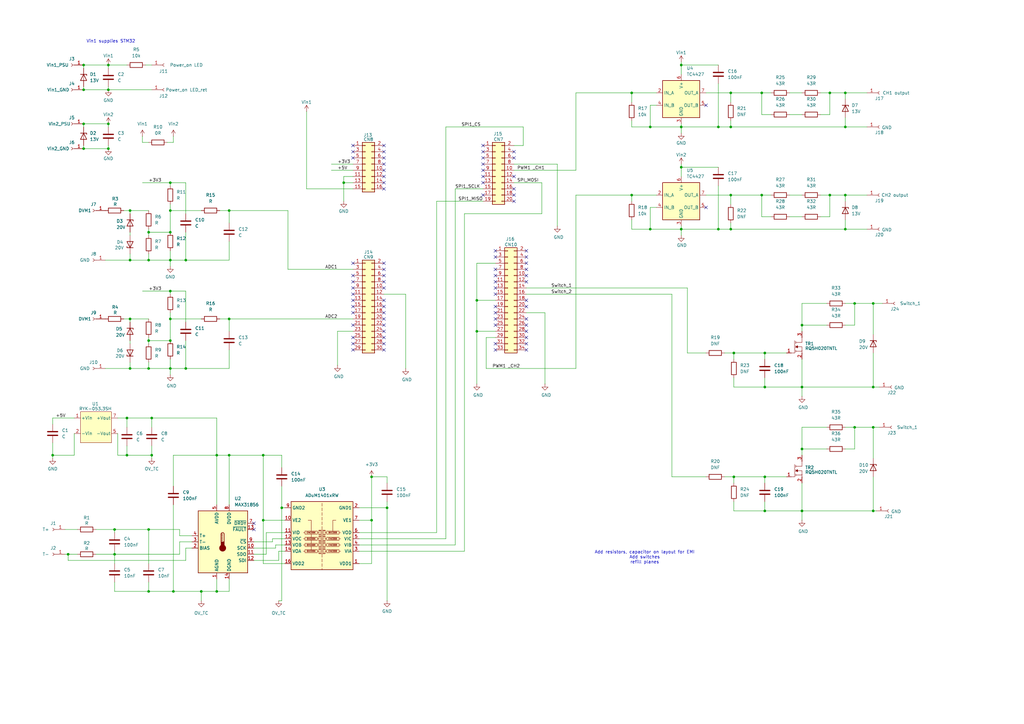
<source format=kicad_sch>
(kicad_sch (version 20231120) (generator "eeschema") (generator_version "8.0")
  (paper "A3")
  (junction (at 53.34 86.36))
  (junction (at 60.96 217.17))
  (junction (at 350.52 124.46))
  (junction (at 299.72 52.07))
  (junction (at 44.45 26.67))
  (junction (at 328.93 184.15))
  (junction (at 107.95 213.36))
  (junction (at 328.93 133.35))
  (junction (at 158.75 208.28))
  (junction (at 21.59 186.69))
  (junction (at 93.98 186.69))
  (junction (at 312.42 38.1))
  (junction (at 266.7 52.07))
  (junction (at 266.7 93.98))
  (junction (at 279.4 26.67))
  (junction (at 69.85 74.93))
  (junction (at 69.85 139.7))
  (junction (at 53.34 106.68))
  (junction (at 294.64 52.07))
  (junction (at 46.99 227.33))
  (junction (at 44.45 36.83))
  (junction (at 279.4 93.98))
  (junction (at 340.36 38.1))
  (junction (at 300.99 195.58))
  (junction (at 313.69 209.55))
  (junction (at 346.71 38.1))
  (junction (at 69.85 106.68))
  (junction (at 340.36 80.01))
  (junction (at 346.71 93.98))
  (junction (at 300.99 144.78))
  (junction (at 152.4 213.36))
  (junction (at 328.93 158.75))
  (junction (at 27.94 227.33))
  (junction (at 107.95 186.69))
  (junction (at 358.14 209.55))
  (junction (at 259.08 38.1))
  (junction (at 358.14 124.46))
  (junction (at 62.23 186.69))
  (junction (at 279.4 52.07))
  (junction (at 53.34 130.81))
  (junction (at 294.64 93.98))
  (junction (at 328.93 209.55))
  (junction (at 60.96 95.25))
  (junction (at 93.98 86.36))
  (junction (at 34.29 26.67))
  (junction (at 69.85 151.13))
  (junction (at 69.85 119.38))
  (junction (at 350.52 175.26))
  (junction (at 62.23 171.45))
  (junction (at 358.14 175.26))
  (junction (at 279.4 68.58))
  (junction (at 299.72 38.1))
  (junction (at 346.71 80.01))
  (junction (at 312.42 80.01))
  (junction (at 76.2 151.13))
  (junction (at 69.85 130.81))
  (junction (at 34.29 36.83))
  (junction (at 76.2 106.68))
  (junction (at 46.99 217.17))
  (junction (at 195.58 135.89))
  (junction (at 82.55 242.57))
  (junction (at 313.69 144.78))
  (junction (at 52.07 186.69))
  (junction (at 71.12 242.57))
  (junction (at 313.69 158.75))
  (junction (at 44.45 60.96))
  (junction (at 346.71 52.07))
  (junction (at 34.29 60.96))
  (junction (at 115.57 208.28))
  (junction (at 195.58 123.19))
  (junction (at 60.96 139.7))
  (junction (at 53.34 151.13))
  (junction (at 299.72 93.98))
  (junction (at 299.72 80.01))
  (junction (at 52.07 171.45))
  (junction (at 44.45 50.8))
  (junction (at 140.97 74.93))
  (junction (at 93.98 130.81))
  (junction (at 152.4 195.58))
  (junction (at 34.29 50.8))
  (junction (at 88.9 242.57))
  (junction (at 60.96 106.68))
  (junction (at 60.96 242.57))
  (junction (at 69.85 95.25))
  (junction (at 88.9 186.69))
  (junction (at 60.96 151.13))
  (junction (at 358.14 158.75))
  (junction (at 313.69 195.58))
  (junction (at 259.08 80.01))
  (junction (at 69.85 86.36))
  (no_connect (at 144.78 62.23))
  (no_connect (at 157.48 110.49))
  (no_connect (at 157.48 74.93))
  (no_connect (at 215.9 113.03))
  (no_connect (at 198.12 69.85))
  (no_connect (at 157.48 59.69))
  (no_connect (at 144.78 107.95))
  (no_connect (at 104.14 214.63))
  (no_connect (at 157.48 133.35))
  (no_connect (at 157.48 118.11))
  (no_connect (at 215.9 110.49))
  (no_connect (at 157.48 128.27))
  (no_connect (at 157.48 135.89))
  (no_connect (at 144.78 128.27))
  (no_connect (at 203.2 118.11))
  (no_connect (at 157.48 113.03))
  (no_connect (at 144.78 64.77))
  (no_connect (at 157.48 62.23))
  (no_connect (at 215.9 143.51))
  (no_connect (at 157.48 115.57))
  (no_connect (at 210.82 80.01))
  (no_connect (at 157.48 64.77))
  (no_connect (at 215.9 133.35))
  (no_connect (at 215.9 125.73))
  (no_connect (at 215.9 140.97))
  (no_connect (at 157.48 143.51))
  (no_connect (at 144.78 143.51))
  (no_connect (at 215.9 105.41))
  (no_connect (at 144.78 125.73))
  (no_connect (at 144.78 113.03))
  (no_connect (at 203.2 110.49))
  (no_connect (at 215.9 107.95))
  (no_connect (at 203.2 102.87))
  (no_connect (at 198.12 80.01))
  (no_connect (at 210.82 62.23))
  (no_connect (at 144.78 140.97))
  (no_connect (at 144.78 59.69))
  (no_connect (at 203.2 128.27))
  (no_connect (at 210.82 77.47))
  (no_connect (at 144.78 133.35))
  (no_connect (at 210.82 82.55))
  (no_connect (at 215.9 135.89))
  (no_connect (at 157.48 107.95))
  (no_connect (at 215.9 138.43))
  (no_connect (at 210.82 72.39))
  (no_connect (at 198.12 64.77))
  (no_connect (at 203.2 115.57))
  (no_connect (at 203.2 125.73))
  (no_connect (at 203.2 133.35))
  (no_connect (at 215.9 115.57))
  (no_connect (at 157.48 123.19))
  (no_connect (at 198.12 59.69))
  (no_connect (at 144.78 118.11))
  (no_connect (at 144.78 138.43))
  (no_connect (at 198.12 74.93))
  (no_connect (at 198.12 72.39))
  (no_connect (at 215.9 123.19))
  (no_connect (at 104.14 217.17))
  (no_connect (at 203.2 113.03))
  (no_connect (at 157.48 77.47))
  (no_connect (at 203.2 105.41))
  (no_connect (at 157.48 72.39))
  (no_connect (at 203.2 143.51))
  (no_connect (at 157.48 125.73))
  (no_connect (at 157.48 140.97))
  (no_connect (at 198.12 62.23))
  (no_connect (at 157.48 138.43))
  (no_connect (at 289.56 85.09))
  (no_connect (at 203.2 130.81))
  (no_connect (at 203.2 120.65))
  (no_connect (at 157.48 67.31))
  (no_connect (at 215.9 102.87))
  (no_connect (at 210.82 64.77))
  (no_connect (at 289.56 43.18))
  (no_connect (at 157.48 69.85))
  (no_connect (at 144.78 120.65))
  (no_connect (at 157.48 130.81))
  (no_connect (at 215.9 130.81))
  (no_connect (at 203.2 140.97))
  (no_connect (at 144.78 123.19))
  (no_connect (at 198.12 67.31))
  (no_connect (at 144.78 115.57))
  (wire (pts (xy 152.4 231.14) (xy 152.4 213.36)))
  (wire (pts (xy 269.24 43.18) (xy 266.7 43.18)))
  (wire (pts (xy 71.12 207.01) (xy 71.12 242.57)))
  (wire (pts (xy 300.99 158.75) (xy 313.69 158.75)))
  (wire (pts (xy 46.99 217.17) (xy 39.37 217.17)))
  (wire (pts (xy 215.9 120.65) (xy 275.59 120.65)))
  (wire (pts (xy 147.32 213.36) (xy 152.4 213.36)))
  (wire (pts (xy 346.71 93.98) (xy 299.72 93.98)))
  (wire (pts (xy 60.96 104.14) (xy 60.96 106.68)))
  (wire (pts (xy 340.36 38.1) (xy 346.71 38.1)))
  (wire (pts (xy 312.42 80.01) (xy 316.23 80.01)))
  (wire (pts (xy 116.84 218.44) (xy 109.22 218.44)))
  (wire (pts (xy 88.9 171.45) (xy 88.9 186.69)))
  (wire (pts (xy 34.29 26.67) (xy 44.45 26.67)))
  (wire (pts (xy 69.85 139.7) (xy 69.85 130.81)))
  (wire (pts (xy 328.93 209.55) (xy 358.14 209.55)))
  (wire (pts (xy 26.67 227.33) (xy 27.94 227.33)))
  (wire (pts (xy 313.69 198.12) (xy 313.69 195.58)))
  (wire (pts (xy 93.98 237.49) (xy 93.98 242.57)))
  (wire (pts (xy 46.99 217.17) (xy 46.99 218.44)))
  (wire (pts (xy 53.34 104.14) (xy 53.34 106.68)))
  (wire (pts (xy 60.96 242.57) (xy 71.12 242.57)))
  (wire (pts (xy 266.7 93.98) (xy 279.4 93.98)))
  (wire (pts (xy 182.88 52.07) (xy 182.88 220.98)))
  (wire (pts (xy 328.93 147.32) (xy 328.93 158.75)))
  (wire (pts (xy 53.34 148.59) (xy 53.34 151.13)))
  (wire (pts (xy 346.71 52.07) (xy 355.6 52.07)))
  (wire (pts (xy 62.23 171.45) (xy 88.9 171.45)))
  (wire (pts (xy 50.8 130.81) (xy 53.34 130.81)))
  (wire (pts (xy 53.34 139.7) (xy 53.34 140.97)))
  (wire (pts (xy 300.99 144.78) (xy 300.99 147.32)))
  (wire (pts (xy 93.98 99.06) (xy 93.98 106.68)))
  (wire (pts (xy 76.2 95.25) (xy 76.2 106.68)))
  (wire (pts (xy 228.6 67.31) (xy 210.82 67.31)))
  (wire (pts (xy 203.2 123.19) (xy 195.58 123.19)))
  (wire (pts (xy 328.93 184.15) (xy 328.93 186.69)))
  (wire (pts (xy 60.96 148.59) (xy 60.96 151.13)))
  (wire (pts (xy 214.63 59.69) (xy 214.63 52.07)))
  (wire (pts (xy 350.52 184.15) (xy 346.71 184.15)))
  (wire (pts (xy 336.55 88.9) (xy 340.36 88.9)))
  (wire (pts (xy 93.98 207.01) (xy 93.98 186.69)))
  (wire (pts (xy 116.84 208.28) (xy 115.57 208.28)))
  (wire (pts (xy 179.07 218.44) (xy 179.07 82.55)))
  (wire (pts (xy 313.69 158.75) (xy 328.93 158.75)))
  (wire (pts (xy 279.4 67.31) (xy 279.4 68.58)))
  (wire (pts (xy 358.14 195.58) (xy 358.14 209.55)))
  (wire (pts (xy 350.52 175.26) (xy 350.52 184.15)))
  (wire (pts (xy 115.57 246.38) (xy 114.3 246.38)))
  (wire (pts (xy 60.96 238.76) (xy 60.96 242.57)))
  (wire (pts (xy 158.75 198.12) (xy 158.75 195.58)))
  (wire (pts (xy 88.9 207.01) (xy 88.9 186.69)))
  (wire (pts (xy 53.34 95.25) (xy 53.34 96.52)))
  (wire (pts (xy 346.71 82.55) (xy 346.71 80.01)))
  (wire (pts (xy 358.14 144.78) (xy 358.14 158.75)))
  (wire (pts (xy 62.23 171.45) (xy 62.23 175.26)))
  (wire (pts (xy 259.08 80.01) (xy 269.24 80.01)))
  (wire (pts (xy 236.22 38.1) (xy 259.08 38.1)))
  (wire (pts (xy 328.93 198.12) (xy 328.93 209.55)))
  (wire (pts (xy 195.58 123.19) (xy 195.58 135.89)))
  (wire (pts (xy 60.96 139.7) (xy 69.85 139.7)))
  (wire (pts (xy 215.9 118.11) (xy 281.94 118.11)))
  (wire (pts (xy 82.55 242.57) (xy 88.9 242.57)))
  (wire (pts (xy 60.96 130.81) (xy 53.34 130.81)))
  (wire (pts (xy 279.4 52.07) (xy 294.64 52.07)))
  (wire (pts (xy 336.55 80.01) (xy 340.36 80.01)))
  (wire (pts (xy 60.96 58.42) (xy 58.42 58.42)))
  (wire (pts (xy 223.52 128.27) (xy 223.52 157.48)))
  (wire (pts (xy 111.76 222.25) (xy 104.14 222.25)))
  (wire (pts (xy 346.71 80.01) (xy 340.36 80.01)))
  (wire (pts (xy 111.76 220.98) (xy 111.76 222.25)))
  (wire (pts (xy 190.5 87.63) (xy 190.5 226.06)))
  (wire (pts (xy 71.12 58.42) (xy 71.12 55.88)))
  (wire (pts (xy 215.9 128.27) (xy 223.52 128.27)))
  (wire (pts (xy 346.71 38.1) (xy 355.6 38.1)))
  (wire (pts (xy 44.45 26.67) (xy 44.45 27.94)))
  (wire (pts (xy 259.08 80.01) (xy 259.08 82.55)))
  (wire (pts (xy 289.56 195.58) (xy 275.59 195.58)))
  (wire (pts (xy 299.72 83.82) (xy 299.72 80.01)))
  (wire (pts (xy 147.32 220.98) (xy 182.88 220.98)))
  (wire (pts (xy 73.66 219.71) (xy 78.74 219.71)))
  (wire (pts (xy 328.93 158.75) (xy 358.14 158.75)))
  (wire (pts (xy 281.94 144.78) (xy 281.94 118.11)))
  (wire (pts (xy 158.75 208.28) (xy 158.75 246.38)))
  (wire (pts (xy 313.69 205.74) (xy 313.69 209.55)))
  (wire (pts (xy 316.23 88.9) (xy 312.42 88.9)))
  (wire (pts (xy 214.63 59.69) (xy 210.82 59.69)))
  (wire (pts (xy 350.52 175.26) (xy 358.14 175.26)))
  (wire (pts (xy 135.89 69.85) (xy 144.78 69.85)))
  (wire (pts (xy 279.4 50.8) (xy 279.4 52.07)))
  (wire (pts (xy 69.85 106.68) (xy 76.2 106.68)))
  (wire (pts (xy 299.72 93.98) (xy 299.72 91.44)))
  (wire (pts (xy 115.57 186.69) (xy 115.57 191.77)))
  (wire (pts (xy 27.94 227.33) (xy 31.75 227.33)))
  (wire (pts (xy 116.84 226.06) (xy 114.3 226.06)))
  (wire (pts (xy 140.97 74.93) (xy 140.97 82.55)))
  (wire (pts (xy 323.85 88.9) (xy 328.93 88.9)))
  (wire (pts (xy 300.99 195.58) (xy 300.99 198.12)))
  (wire (pts (xy 76.2 74.93) (xy 69.85 74.93)))
  (wire (pts (xy 299.72 38.1) (xy 312.42 38.1)))
  (wire (pts (xy 44.45 26.67) (xy 52.07 26.67)))
  (wire (pts (xy 34.29 50.8) (xy 44.45 50.8)))
  (wire (pts (xy 109.22 227.33) (xy 104.14 227.33)))
  (wire (pts (xy 21.59 181.61) (xy 21.59 186.69)))
  (wire (pts (xy 203.2 135.89) (xy 195.58 135.89)))
  (wire (pts (xy 313.69 209.55) (xy 328.93 209.55)))
  (wire (pts (xy 199.39 151.13) (xy 236.22 151.13)))
  (wire (pts (xy 158.75 205.74) (xy 158.75 208.28)))
  (wire (pts (xy 46.99 227.33) (xy 46.99 231.14)))
  (wire (pts (xy 279.4 26.67) (xy 279.4 30.48)))
  (wire (pts (xy 313.69 147.32) (xy 313.69 144.78)))
  (wire (pts (xy 297.18 195.58) (xy 300.99 195.58)))
  (wire (pts (xy 299.72 80.01) (xy 289.56 80.01)))
  (wire (pts (xy 289.56 144.78) (xy 281.94 144.78)))
  (wire (pts (xy 43.18 151.13) (xy 53.34 151.13)))
  (wire (pts (xy 93.98 86.36) (xy 118.11 86.36)))
  (wire (pts (xy 300.99 209.55) (xy 313.69 209.55)))
  (wire (pts (xy 76.2 106.68) (xy 93.98 106.68)))
  (wire (pts (xy 52.07 182.88) (xy 52.07 186.69)))
  (wire (pts (xy 299.72 41.91) (xy 299.72 38.1)))
  (wire (pts (xy 107.95 231.14) (xy 107.95 213.36)))
  (wire (pts (xy 339.09 133.35) (xy 328.93 133.35)))
  (wire (pts (xy 299.72 38.1) (xy 289.56 38.1)))
  (wire (pts (xy 34.29 35.56) (xy 34.29 36.83)))
  (wire (pts (xy 69.85 128.27) (xy 69.85 130.81)))
  (wire (pts (xy 90.17 86.36) (xy 93.98 86.36)))
  (wire (pts (xy 346.71 40.64) (xy 346.71 38.1)))
  (wire (pts (xy 21.59 186.69) (xy 21.59 187.96)))
  (wire (pts (xy 44.45 36.83) (xy 44.45 35.56)))
  (wire (pts (xy 69.85 120.65) (xy 69.85 119.38)))
  (wire (pts (xy 300.99 205.74) (xy 300.99 209.55)))
  (wire (pts (xy 76.2 151.13) (xy 93.98 151.13)))
  (wire (pts (xy 328.93 209.55) (xy 328.93 213.36)))
  (wire (pts (xy 60.96 217.17) (xy 60.96 231.14)))
  (wire (pts (xy 300.99 195.58) (xy 313.69 195.58)))
  (wire (pts (xy 190.5 87.63) (xy 222.25 87.63)))
  (wire (pts (xy 114.3 226.06) (xy 114.3 229.87)))
  (wire (pts (xy 313.69 154.94) (xy 313.69 158.75)))
  (wire (pts (xy 358.14 175.26) (xy 360.68 175.26)))
  (wire (pts (xy 76.2 132.08) (xy 76.2 119.38)))
  (wire (pts (xy 118.11 110.49) (xy 144.78 110.49)))
  (wire (pts (xy 299.72 93.98) (xy 294.64 93.98)))
  (wire (pts (xy 90.17 130.81) (xy 93.98 130.81)))
  (wire (pts (xy 27.94 229.87) (xy 27.94 227.33)))
  (wire (pts (xy 147.32 223.52) (xy 186.69 223.52)))
  (wire (pts (xy 203.2 107.95) (xy 195.58 107.95)))
  (wire (pts (xy 34.29 36.83) (xy 44.45 36.83)))
  (wire (pts (xy 88.9 237.49) (xy 88.9 242.57)))
  (wire (pts (xy 69.85 96.52) (xy 69.85 95.25)))
  (wire (pts (xy 73.66 227.33) (xy 46.99 227.33)))
  (wire (pts (xy 68.58 58.42) (xy 71.12 58.42)))
  (wire (pts (xy 21.59 171.45) (xy 21.59 173.99)))
  (wire (pts (xy 115.57 208.28) (xy 115.57 246.38)))
  (wire (pts (xy 46.99 227.33) (xy 39.37 227.33)))
  (wire (pts (xy 116.84 231.14) (xy 107.95 231.14)))
  (wire (pts (xy 113.03 223.52) (xy 113.03 224.79)))
  (wire (pts (xy 93.98 135.89) (xy 93.98 130.81)))
  (wire (pts (xy 69.85 147.32) (xy 69.85 151.13)))
  (wire (pts (xy 340.36 88.9) (xy 340.36 80.01)))
  (wire (pts (xy 76.2 87.63) (xy 76.2 74.93)))
  (wire (pts (xy 48.26 177.8) (xy 48.26 186.69)))
  (wire (pts (xy 73.66 217.17) (xy 60.96 217.17)))
  (wire (pts (xy 46.99 238.76) (xy 46.99 242.57)))
  (wire (pts (xy 186.69 77.47) (xy 186.69 223.52)))
  (wire (pts (xy 59.69 26.67) (xy 62.23 26.67)))
  (wire (pts (xy 350.52 133.35) (xy 350.52 124.46)))
  (wire (pts (xy 78.74 222.25) (xy 73.66 222.25)))
  (wire (pts (xy 339.09 124.46) (xy 328.93 124.46)))
  (wire (pts (xy 294.64 52.07) (xy 299.72 52.07)))
  (wire (pts (xy 46.99 242.57) (xy 60.96 242.57)))
  (wire (pts (xy 336.55 46.99) (xy 340.36 46.99)))
  (wire (pts (xy 116.84 220.98) (xy 111.76 220.98)))
  (wire (pts (xy 147.32 208.28) (xy 158.75 208.28)))
  (wire (pts (xy 312.42 88.9) (xy 312.42 80.01)))
  (wire (pts (xy 69.85 151.13) (xy 76.2 151.13)))
  (wire (pts (xy 60.96 86.36) (xy 53.34 86.36)))
  (wire (pts (xy 350.52 124.46) (xy 358.14 124.46)))
  (wire (pts (xy 266.7 43.18) (xy 266.7 52.07)))
  (wire (pts (xy 300.99 144.78) (xy 313.69 144.78)))
  (wire (pts (xy 147.32 231.14) (xy 152.4 231.14)))
  (wire (pts (xy 53.34 151.13) (xy 60.96 151.13)))
  (wire (pts (xy 44.45 50.8) (xy 44.45 52.07)))
  (wire (pts (xy 60.96 95.25) (xy 60.96 96.52)))
  (wire (pts (xy 328.93 133.35) (xy 328.93 135.89)))
  (wire (pts (xy 140.97 74.93) (xy 144.78 74.93)))
  (wire (pts (xy 346.71 48.26) (xy 346.71 52.07)))
  (wire (pts (xy 144.78 135.89) (xy 138.43 135.89)))
  (wire (pts (xy 140.97 72.39) (xy 140.97 74.93)))
  (wire (pts (xy 236.22 38.1) (xy 236.22 69.85)))
  (wire (pts (xy 228.6 92.71) (xy 228.6 67.31)))
  (wire (pts (xy 299.72 52.07) (xy 299.72 49.53)))
  (wire (pts (xy 46.99 226.06) (xy 46.99 227.33)))
  (wire (pts (xy 346.71 80.01) (xy 355.6 80.01)))
  (wire (pts (xy 166.37 120.65) (xy 157.48 120.65)))
  (wire (pts (xy 107.95 213.36) (xy 107.95 186.69)))
  (wire (pts (xy 312.42 38.1) (xy 316.23 38.1)))
  (wire (pts (xy 279.4 68.58) (xy 294.64 68.58)))
  (wire (pts (xy 346.71 90.17) (xy 346.71 93.98)))
  (wire (pts (xy 60.96 151.13) (xy 69.85 151.13)))
  (wire (pts (xy 279.4 26.67) (xy 294.64 26.67)))
  (wire (pts (xy 107.95 186.69) (xy 115.57 186.69)))
  (wire (pts (xy 78.74 224.79) (xy 76.2 224.79)))
  (wire (pts (xy 60.96 139.7) (xy 60.96 140.97)))
  (wire (pts (xy 323.85 46.99) (xy 328.93 46.99)))
  (wire (pts (xy 93.98 143.51) (xy 93.98 151.13)))
  (wire (pts (xy 34.29 50.8) (xy 34.29 52.07)))
  (wire (pts (xy 69.85 83.82) (xy 69.85 86.36)))
  (wire (pts (xy 71.12 242.57) (xy 82.55 242.57)))
  (wire (pts (xy 116.84 223.52) (xy 113.03 223.52)))
  (wire (pts (xy 312.42 46.99) (xy 312.42 38.1)))
  (wire (pts (xy 346.71 133.35) (xy 350.52 133.35)))
  (wire (pts (xy 58.42 74.93) (xy 69.85 74.93)))
  (wire (pts (xy 210.82 69.85) (xy 236.22 69.85)))
  (wire (pts (xy 58.42 119.38) (xy 69.85 119.38)))
  (wire (pts (xy 294.64 76.2) (xy 294.64 93.98)))
  (wire (pts (xy 179.07 82.55) (xy 198.12 82.55)))
  (wire (pts (xy 152.4 195.58) (xy 152.4 213.36)))
  (wire (pts (xy 340.36 46.99) (xy 340.36 38.1)))
  (wire (pts (xy 336.55 38.1) (xy 340.36 38.1)))
  (wire (pts (xy 53.34 86.36) (xy 53.34 87.63)))
  (wire (pts (xy 34.29 26.67) (xy 34.29 27.94)))
  (wire (pts (xy 152.4 195.58) (xy 158.75 195.58)))
  (wire (pts (xy 109.22 218.44) (xy 109.22 227.33)))
  (wire (pts (xy 313.69 144.78) (xy 322.58 144.78)))
  (wire (pts (xy 294.64 93.98) (xy 279.4 93.98)))
  (wire (pts (xy 199.39 151.13) (xy 199.39 138.43)))
  (wire (pts (xy 339.09 184.15) (xy 328.93 184.15)))
  (wire (pts (xy 69.85 102.87) (xy 69.85 106.68)))
  (wire (pts (xy 297.18 144.78) (xy 300.99 144.78)))
  (wire (pts (xy 339.09 175.26) (xy 328.93 175.26)))
  (wire (pts (xy 118.11 110.49) (xy 118.11 86.36)))
  (wire (pts (xy 76.2 224.79) (xy 76.2 229.87)))
  (wire (pts (xy 144.78 72.39) (xy 140.97 72.39)))
  (wire (pts (xy 195.58 107.95) (xy 195.58 123.19)))
  (wire (pts (xy 88.9 242.57) (xy 93.98 242.57)))
  (wire (pts (xy 222.25 74.93) (xy 222.25 87.63)))
  (wire (pts (xy 30.48 186.69) (xy 21.59 186.69)))
  (wire (pts (xy 76.2 119.38) (xy 69.85 119.38)))
  (wire (pts (xy 279.4 93.98) (xy 279.4 96.52)))
  (wire (pts (xy 358.14 175.26) (xy 358.14 187.96)))
  (wire (pts (xy 259.08 93.98) (xy 266.7 93.98)))
  (wire (pts (xy 358.14 124.46) (xy 361.95 124.46)))
  (wire (pts (xy 346.71 52.07) (xy 299.72 52.07)))
  (wire (pts (xy 53.34 106.68) (xy 60.96 106.68)))
  (wire (pts (xy 52.07 186.69) (xy 48.26 186.69)))
  (wire (pts (xy 62.23 187.96) (xy 62.23 186.69)))
  (wire (pts (xy 30.48 177.8) (xy 30.48 186.69)))
  (wire (pts (xy 44.45 60.96) (xy 44.45 59.69)))
  (wire (pts (xy 147.32 218.44) (xy 179.07 218.44)))
  (wire (pts (xy 259.08 52.07) (xy 266.7 52.07)))
  (wire (pts (xy 69.85 151.13) (xy 69.85 153.67)))
  (wire (pts (xy 316.23 46.99) (xy 312.42 46.99)))
  (wire (pts (xy 259.08 90.17) (xy 259.08 93.98)))
  (wire (pts (xy 266.7 52.07) (xy 279.4 52.07)))
  (wire (pts (xy 69.85 140.97) (xy 69.85 139.7)))
  (wire (pts (xy 60.96 217.17) (xy 46.99 217.17)))
  (wire (pts (xy 182.88 52.07) (xy 214.63 52.07)))
  (wire (pts (xy 323.85 38.1) (xy 328.93 38.1)))
  (wire (pts (xy 328.93 124.46) (xy 328.93 133.35)))
  (wire (pts (xy 82.55 242.57) (xy 82.55 246.38)))
  (wire (pts (xy 199.39 138.43) (xy 203.2 138.43)))
  (wire (pts (xy 125.73 45.72) (xy 125.73 77.47)))
  (wire (pts (xy 346.71 124.46) (xy 350.52 124.46)))
  (wire (pts (xy 93.98 186.69) (xy 107.95 186.69)))
  (wire (pts (xy 52.07 186.69) (xy 62.23 186.69)))
  (wire (pts (xy 76.2 139.7) (xy 76.2 151.13)))
  (wire (pts (xy 358.14 209.55) (xy 359.41 209.55)))
  (wire (pts (xy 135.89 67.31) (xy 144.78 67.31)))
  (wire (pts (xy 60.96 138.43) (xy 60.96 139.7)))
  (wire (pts (xy 69.85 95.25) (xy 69.85 86.36)))
  (wire (pts (xy 104.14 224.79) (xy 113.03 224.79)))
  (wire (pts (xy 294.64 34.29) (xy 294.64 52.07)))
  (wire (pts (xy 346.71 93.98) (xy 355.6 93.98)))
  (wire (pts (xy 69.85 76.2) (xy 69.85 74.93)))
  (wire (pts (xy 313.69 195.58) (xy 322.58 195.58)))
  (wire (pts (xy 210.82 74.93) (xy 222.25 74.93)))
  (wire (pts (xy 275.59 120.65) (xy 275.59 195.58)))
  (wire (pts (xy 53.34 130.81) (xy 53.34 132.08)))
  (wire (pts (xy 71.12 199.39) (xy 71.12 186.69)))
  (wire (pts (xy 279.4 25.4) (xy 279.4 26.67)))
  (wire (pts (xy 299.72 80.01) (xy 312.42 80.01)))
  (wire (pts (xy 114.3 229.87) (xy 104.14 229.87)))
  (wire (pts (xy 76.2 229.87) (xy 27.94 229.87)))
  (wire (pts (xy 346.71 175.26) (xy 350.52 175.26)))
  (wire (pts (xy 50.8 86.36) (xy 53.34 86.36)))
  (wire (pts (xy 115.57 199.39) (xy 115.57 208.28)))
  (wire (pts (xy 236.22 80.01) (xy 259.08 80.01)))
  (wire (pts (xy 328.93 158.75) (xy 328.93 162.56)))
  (wire (pts (xy 279.4 92.71) (xy 279.4 93.98)))
  (wire (pts (xy 323.85 80.01) (xy 328.93 80.01)))
  (wire (pts (xy 88.9 186.69) (xy 93.98 186.69)))
  (wire (pts (xy 93.98 91.44) (xy 93.98 86.36)))
  (wire (pts (xy 236.22 80.01) (xy 236.22 151.13)))
  (wire (pts (xy 60.96 93.98) (xy 60.96 95.25)))
  (wire (pts (xy 195.58 135.89) (xy 195.58 157.48)))
  (wire (pts (xy 328.93 175.26) (xy 328.93 184.15)))
  (wire (pts (xy 125.73 77.47) (xy 144.78 77.47)))
  (wire (pts (xy 358.14 158.75) (xy 360.68 158.75)))
  (wire (pts (xy 138.43 135.89) (xy 138.43 149.86)))
  (wire (pts (xy 93.98 130.81) (xy 144.78 130.81)))
  (wire (pts (xy 71.12 186.69) (xy 88.9 186.69)))
  (wire (pts (xy 279.4 52.07) (xy 279.4 54.61)))
  (wire (pts (xy 44.45 36.83) (xy 62.23 36.83)))
  (wire (pts (xy 266.7 85.09) (xy 266.7 93.98)))
  (wire (pts (xy 69.85 86.36) (xy 82.55 86.36)))
  (wire (pts (xy 186.69 77.47) (xy 198.12 77.47)))
  (wire (pts (xy 26.67 217.17) (xy 31.75 217.17)))
  (wire (pts (xy 48.26 171.45) (xy 52.07 171.45)))
  (wire (pts (xy 58.42 58.42) (xy 58.42 55.88)))
  (wire (pts (xy 30.48 171.45) (xy 21.59 171.45)))
  (wire (pts (xy 52.07 171.45) (xy 62.23 171.45)))
  (wire (pts (xy 259.08 41.91) (xy 259.08 38.1)))
  (wire (pts (xy 60.96 106.68) (xy 69.85 106.68)))
  (wire (pts (xy 259.08 38.1) (xy 269.24 38.1)))
  (wire (pts (xy 73.66 219.71) (xy 73.66 217.17)))
  (wire (pts (xy 147.32 226.06) (xy 190.5 226.06)))
  (wire (pts (xy 269.24 85.09) (xy 266.7 85.09)))
  (wire (pts (xy 259.08 49.53) (xy 259.08 52.07)))
  (wire (pts (xy 69.85 106.68) (xy 69.85 109.22)))
  (wire (pts (xy 52.07 171.45) (xy 52.07 175.26)))
  (wire (pts (xy 69.85 130.81) (xy 82.55 130.81)))
  (wire (pts (xy 62.23 182.88) (xy 62.23 186.69)))
  (wire (pts (xy 358.14 124.46) (xy 358.14 137.16)))
  (wire (pts (xy 107.95 213.36) (xy 116.84 213.36)))
  (wire (pts (xy 73.66 222.25) (xy 73.66 227.33)))
  (wire (pts (xy 166.37 151.13) (xy 166.37 120.65)))
  (wire (pts (xy 34.29 59.69) (xy 34.29 60.96)))
  (wire (pts (xy 279.4 68.58) (xy 279.4 72.39)))
  (wire (pts (xy 34.29 60.96) (xy 44.45 60.96)))
  (wire (pts (xy 60.96 95.25) (xy 69.85 95.25)))
  (wire (pts (xy 300.99 154.94) (xy 300.99 158.75)))
  (wire (pts (xy 43.18 106.68) (xy 53.34 106.68)))
  (text "Add resistors, capacitor on layout for EMI\nAdd switches\nrefill planes" (at 264.414 228.6 0) (effects (font (size 1.27 1.27))))
  (text "Vin1 supplies STM32" (at 45.466 17.018 0) (effects (font (size 1.27 1.27))))
  (label "+3V3" (at 60.96 74.93 0))
  (label "+3V3" (at 138.43 67.31 0))
  (label "ADC1" (at 133.35 110.49 0))
  (label "PWM1 _CH2" (at 201.93 151.13 0))
  (label "SPI1_MISO" (at 187.96 82.55 0))
  (label "ADC2" (at 133.35 130.81 0))
  (label "Switch_1" (at 226.06 118.11 0))
  (label "PWM1 _CH1" (at 212.09 69.85 0))
  (label "+5V" (at 22.86 171.45 0))
  (label "Switch_2" (at 226.06 120.65 0))
  (label "SPI1_CS" (at 189.23 52.07 0))
  (label "+3V3" (at 60.96 119.38 0))
  (label "SPI1_SCLK" (at 186.69 77.47 0))
  (label "+5V" (at 138.43 69.85 0))
  (label "SPI_MOSI" (at 212.09 74.93 0))
  (symbol (lib_id "Rafal_Library:D_Zener") (at 53.34 91.44 270) (unit 1)
    (property "Reference" "D3" (at 47.752 90.678 90) (effects (justify left)))
    (property "Value" "20V" (at 47.752 93.218 90) (effects (justify left)))
    (property "Footprint" "Diode_SMD:D_SOD-323F" (effects (hide yes)))
    (property "Description" "Zener diode" (effects (hide yes)))
  )
  (symbol (lib_id "Rafal_Library:R") (at 332.74 80.01 90) (unit 1)
    (property "Reference" "R31" (at 332.74 73.66 90))
    (property "Value" "43R" (at 332.74 76.2 90))
    (property "Footprint" "Resistor_SMD:R_2512_6332Metric_Pad1.40x3.35mm_HandSolder" (effects (hide yes)))
    (property "Description" "Resistor" (effects (hide yes)))
  )
  (symbol (lib_id "Rafal_Library:GND") (at 228.6 92.71 0) (unit 1)
    (property "Reference" "#PWR021" (effects (hide yes)))
    (property "Value" "GND" (at 229.108 97.282 0))
    (property "Description" "Power symbol creates a global label with name \"GND\" , ground" (effects (hide yes)))
  )
  (symbol (lib_id "Rafal_Library:D_Zener") (at 34.29 55.88 270) (unit 1)
    (property "Reference" "D2" (at 36.83 54.6099 90) (effects (justify left)))
    (property "Value" "13V" (at 36.83 57.1499 90) (effects (justify left)))
    (property "Footprint" "Diode_SMD:D_SMA_Handsoldering" (effects (hide yes)))
    (property "Description" "Zener diode" (effects (hide yes)))
  )
  (symbol (lib_id "Rafal_Library:R") (at 69.85 124.46 0) (unit 1)
    (property "Reference" "R13" (at 72.39 123.1899 0) (effects (justify left)))
    (property "Value" "R" (at 72.39 125.7299 0) (effects (justify left)))
    (property "Footprint" "Resistor_SMD:R_0805_2012Metric_Pad1.20x1.40mm_HandSolder" (effects (hide yes)))
    (property "Description" "Resistor" (effects (hide yes)))
  )
  (symbol (lib_id "Rafal_Library:Conn_02x10_Odd_Even") (at 203.2 69.85 0) (unit 1)
    (property "Reference" "J15" (at 204.216 54.864 0))
    (property "Value" "CN7" (at 204.47 57.15 0))
    (property "Footprint" "Connector_PinHeader_2.54mm:PinHeader_2x10_P2.54mm_Vertical" (effects (hide yes)))
    (property "Description" "Generic connector, double row, 02x10, odd/even pin numbering scheme (row 1 odd numbers, row 2 even numbers), script generated (kicad-library-utils/schlib/autogen/connector/)" (effects (hide yes)))
  )
  (symbol (lib_id "Rafal_Library:R") (at 300.99 201.93 0) (unit 1)
    (property "Reference" "R24" (at 303.53 200.6599 0) (effects (justify left)))
    (property "Value" "DNF" (at 303.53 203.1999 0) (effects (justify left)))
    (property "Footprint" "Resistor_SMD:R_0805_2012Metric_Pad1.20x1.40mm_HandSolder" (effects (hide yes)))
    (property "Description" "Resistor" (effects (hide yes)))
  )
  (symbol (lib_id "Rafal_Library:R") (at 299.72 45.72 180) (unit 1)
    (property "Reference" "R21" (at 302.26 44.4499 0) (effects (justify right)))
    (property "Value" "DNF" (at 302.26 46.9899 0) (effects (justify right)))
    (property "Footprint" "Resistor_SMD:R_0805_2012Metric_Pad1.20x1.40mm_HandSolder" (effects (hide yes)))
    (property "Description" "Resistor" (effects (hide yes)))
  )
  (symbol (lib_id "Rafal_Library:R") (at 35.56 217.17 90) (unit 1)
    (property "Reference" "R1" (at 35.56 212.344 90))
    (property "Value" "R" (at 35.56 214.63 90))
    (property "Footprint" "Resistor_SMD:R_0805_2012Metric_Pad1.20x1.40mm_HandSolder" (effects (hide yes)))
    (property "Description" "Resistor" (effects (hide yes)))
  )
  (symbol (lib_id "Rafal_Library:Conn_01x01_Socket") (at 67.31 26.67 0) (unit 1)
    (property "Reference" "J11" (at 67.056 29.21 0))
    (property "Value" "Power_on LED" (at 76.454 26.67 0))
    (property "Footprint" "Connector_Wire:SolderWire-0.5sqmm_1x01_D0.9mm_OD2.1mm" (effects (hide yes)))
    (property "Description" "Generic connector, single row, 01x01, script generated" (effects (hide yes)))
  )
  (symbol (lib_id "Rafal_Library:Conn_01x01_Socket") (at 38.1 106.68 180) (unit 1)
    (property "Reference" "J8" (at 38.354 104.14 0))
    (property "Value" "GND" (at 34.798 106.68 0))
    (property "Footprint" "Connector_Wire:SolderWire-0.5sqmm_1x01_D0.9mm_OD2.1mm" (effects (hide yes)))
    (property "Description" "Generic connector, single row, 01x01, script generated" (effects (hide yes)))
  )
  (symbol (lib_id "Rafal_Library:GND") (at 166.37 151.13 0) (unit 1)
    (property "Reference" "#PWR018" (effects (hide yes)))
    (property "Value" "GND" (at 166.878 155.702 0))
    (property "Description" "Power symbol creates a global label with name \"GND\" , ground" (effects (hide yes)))
  )
  (symbol (lib_id "Rafal_Library:D_Zener") (at 346.71 44.45 270) (unit 1)
    (property "Reference" "D7" (at 349.25 43.1799 90) (effects (justify left)))
    (property "Value" "13V" (at 349.25 45.7199 90) (effects (justify left)))
    (property "Footprint" "Diode_SMD:D_SMA_Handsoldering" (effects (hide yes)))
    (property "Description" "Zener diode" (effects (hide yes)))
  )
  (symbol (lib_id "Rafal_Library:GND") (at 114.3 246.38 0) (unit 1)
    (property "Reference" "#PWR012" (effects (hide yes)))
    (property "Value" "OV_TC" (at 114.3 251.46 0))
    (property "Description" "Power symbol creates a global label with name \"GND\" , ground" (effects (hide yes)))
  )
  (symbol (lib_id "Rafal_Library:C") (at 158.75 201.93 0) (unit 1)
    (property "Reference" "C15" (at 162.56 200.6599 0) (effects (justify left)))
    (property "Value" "100nF" (at 162.56 203.1999 0) (effects (justify left)))
    (property "Footprint" "Capacitor_SMD:C_0805_2012Metric_Pad1.18x1.45mm_HandSolder" (effects (hide yes)))
    (property "Description" "Unpolarized capacitor" (effects (hide yes)))
  )
  (symbol (lib_id "Rafal_Library:D_Zener") (at 358.14 140.97 270) (unit 1)
    (property "Reference" "D9" (at 352.298 139.954 90) (effects (justify left)))
    (property "Value" "20V" (at 352.298 142.494 90) (effects (justify left)))
    (property "Footprint" "Diode_SMD:D_SOD-323F" (effects (hide yes)))
    (property "Description" "Zener diode" (effects (hide yes)))
  )
  (symbol (lib_id "Rafal_Library:C") (at 93.98 139.7 0) (unit 1)
    (property "Reference" "C13" (at 97.79 138.4299 0) (effects (justify left)))
    (property "Value" "C" (at 97.79 140.9699 0) (effects (justify left)))
    (property "Footprint" "Capacitor_SMD:C_0805_2012Metric_Pad1.18x1.45mm_HandSolder" (effects (hide yes)))
    (property "Description" "Unpolarized capacitor" (effects (hide yes)))
  )
  (symbol (lib_id "Rafal_Library:R") (at 342.9 184.15 90) (unit 1)
    (property "Reference" "R36" (at 342.9 177.8 90))
    (property "Value" "43R" (at 342.9 180.34 90))
    (property "Footprint" "Resistor_SMD:R_2512_6332Metric_Pad1.40x3.35mm_HandSolder" (effects (hide yes)))
    (property "Description" "Resistor" (effects (hide yes)))
  )
  (symbol (lib_id "Rafal_Library:R") (at 60.96 90.17 0) (unit 1)
    (property "Reference" "R6" (at 63.5 88.8999 0) (effects (justify left)))
    (property "Value" "R" (at 63.5 91.4399 0) (effects (justify left)))
    (property "Footprint" "Resistor_SMD:R_0805_2012Metric_Pad1.20x1.40mm_HandSolder" (effects (hide yes)))
    (property "Description" "Resistor" (effects (hide yes)))
  )
  (symbol (lib_name "Conn_01x01_Socket_2") (lib_id "Rafal_Library:Conn_01x01_Socket") (at 29.21 50.8 180) (unit 1)
    (property "Reference" "J5" (at 29.464 48.26 0))
    (property "Value" "Vin2_PSU" (at 24.384 50.8 0))
    (property "Footprint" "Connector_Wire:SolderWire-0.5sqmm_1x01_D0.9mm_OD2.1mm" (effects (hide yes)))
    (property "Description" "Generic connector, single row, 01x01, script generated" (effects (hide yes)))
  )
  (symbol (lib_id "Rafal_Library:MIC4427") (at 279.4 40.64 0) (unit 1)
    (property "Reference" "U4" (at 281.5941 27.94 0) (effects (justify left)))
    (property "Value" "TC4427" (at 281.5941 30.48 0) (effects (justify left)))
    (property "Footprint" "Package_DIP:DIP-8_W7.62mm" (effects (hide yes)))
    (property "Datasheet" "http://ww1.microchip.com/downloads/en/DeviceDoc/mic4426.pdf" (effects (hide yes)))
    (property "Description" "Dual 1.5A-Peak Low-Side MOSFET Driver, DIP-8/SOIC-8/MSOP-8" (effects (hide yes)))
  )
  (symbol (lib_id "Rafal_Library:C") (at 62.23 179.07 0) (unit 1)
    (property "Reference" "C8" (at 66.04 177.7999 0) (effects (justify left)))
    (property "Value" "C" (at 66.04 180.3399 0) (effects (justify left)))
    (property "Footprint" "Capacitor_SMD:C_0805_2012Metric_Pad1.18x1.45mm_HandSolder" (effects (hide yes)))
    (property "Description" "Unpolarized capacitor" (effects (hide yes)))
  )
  (symbol (lib_id "Rafal_Library:R") (at 293.37 195.58 270) (unit 1)
    (property "Reference" "R20" (at 293.37 189.23 90))
    (property "Value" "DNF" (at 293.37 191.77 90))
    (property "Footprint" "Resistor_SMD:R_0805_2012Metric_Pad1.20x1.40mm_HandSolder" (effects (hide yes)))
    (property "Description" "Resistor" (effects (hide yes)))
  )
  (symbol (lib_id "Rafal_Library:Conn_01x01_Socket") (at 38.1 130.81 180) (unit 1)
    (property "Reference" "J9" (at 38.354 128.27 0))
    (property "Value" "DVM1" (at 34.798 130.81 0))
    (property "Footprint" "Connector_Wire:SolderWire-0.5sqmm_1x01_D0.9mm_OD2.1mm" (effects (hide yes)))
    (property "Description" "Generic connector, single row, 01x01, script generated" (effects (hide yes)))
  )
  (symbol (lib_id "Rafal_Library:+9V") (at 44.45 26.67 0) (unit 1)
    (property "Reference" "#PWR02" (effects (hide yes)))
    (property "Value" "Vin1" (at 44.45 22.86 0))
    (property "Description" "Power symbol creates a global label with name \"+9V\"" (effects (hide yes)))
  )
  (symbol (lib_id "Rafal_Library:Conn_01x01_Socket") (at 38.1 86.36 180) (unit 1)
    (property "Reference" "J7" (at 38.354 83.82 0))
    (property "Value" "DVM1" (at 34.798 86.36 0))
    (property "Footprint" "Connector_Wire:SolderWire-0.5sqmm_1x01_D0.9mm_OD2.1mm" (effects (hide yes)))
    (property "Description" "Generic connector, single row, 01x01, script generated" (effects (hide yes)))
  )
  (symbol (lib_id "Rafal_Library:Conn_01x01_Socket") (at 365.76 175.26 0) (unit 1)
    (property "Reference" "J23" (at 365.76 177.546 0))
    (property "Value" "Switch_1" (at 372.11 175.26 0))
    (property "Footprint" "Connector_Wire:SolderWire-0.5sqmm_1x01_D0.9mm_OD2.1mm" (effects (hide yes)))
    (property "Description" "Generic connector, single row, 01x01, script generated" (effects (hide yes)))
  )
  (symbol (lib_id "Rafal_Library:GND") (at 44.45 36.83 0) (unit 1)
    (property "Reference" "#PWR03" (effects (hide yes)))
    (property "Value" "GND" (at 44.45 41.148 0))
    (property "Description" "Power symbol creates a global label with name \"GND\" , ground" (effects (hide yes)))
  )
  (symbol (lib_id "Rafal_Library:GND") (at 328.93 213.36 0) (unit 1)
    (property "Reference" "#PWR027" (effects (hide yes)))
    (property "Value" "GND" (at 329.438 217.932 0))
    (property "Description" "Power symbol creates a global label with name \"GND\" , ground" (effects (hide yes)))
  )
  (symbol (lib_id "Rafal_Library:ADuM1401xRW") (at 132.08 218.44 180) (unit 1)
    (property "Reference" "U3" (at 132.08 200.66 0))
    (property "Value" "ADuM1401xRW" (at 132.08 203.2 0))
    (property "Footprint" "Package_SO:SOIC-16W_7.5x10.3mm_P1.27mm" (effects (hide yes)))
    (property "Datasheet" "https://www.analog.com/media/en/technical-documentation/data-sheets/ADUM1400_1401_1402.pdf" (effects (hide yes)))
    (property "Description" "Quad Channel Digital Isolator, 10Mbps, SOIC-16" (effects (hide yes)))
  )
  (symbol (lib_id "Rafal_Library:R") (at 332.74 88.9 90) (unit 1)
    (property "Reference" "R32" (at 332.74 82.55 90))
    (property "Value" "43R" (at 332.74 85.09 90))
    (property "Footprint" "Resistor_SMD:R_2512_6332Metric_Pad1.40x3.35mm_HandSolder" (effects (hide yes)))
    (property "Description" "Resistor" (effects (hide yes)))
  )
  (symbol (lib_id "Rafal_Library:R") (at 320.04 46.99 90) (unit 1)
    (property "Reference" "R26" (at 320.04 40.64 90))
    (property "Value" "43R" (at 320.04 43.18 90))
    (property "Footprint" "Resistor_SMD:R_2512_6332Metric_Pad1.40x3.35mm_HandSolder" (effects (hide yes)))
    (property "Description" "Resistor" (effects (hide yes)))
  )
  (symbol (lib_id "Rafal_Library:R") (at 35.56 227.33 90) (unit 1)
    (property "Reference" "R2" (at 35.56 222.758 90))
    (property "Value" "R" (at 35.56 225.044 90))
    (property "Footprint" "Resistor_SMD:R_0805_2012Metric_Pad1.20x1.40mm_HandSolder" (effects (hide yes)))
    (property "Description" "Resistor" (effects (hide yes)))
  )
  (symbol (lib_id "Rafal_Library:GND") (at 44.45 60.96 0) (unit 1)
    (property "Reference" "#PWR05" (effects (hide yes)))
    (property "Value" "GND" (at 44.45 65.024 0))
    (property "Description" "Power symbol creates a global label with name \"GND\" , ground" (effects (hide yes)))
  )
  (symbol (lib_id "Rafal_Library:R") (at 69.85 99.06 0) (unit 1)
    (property "Reference" "R12" (at 72.39 97.7899 0) (effects (justify left)))
    (property "Value" "R" (at 72.39 100.3299 0) (effects (justify left)))
    (property "Footprint" "Resistor_SMD:R_0805_2012Metric_Pad1.20x1.40mm_HandSolder" (effects (hide yes)))
    (property "Description" "Resistor" (effects (hide yes)))
  )
  (symbol (lib_id "Rafal_Library:Conn_01x01_Socket") (at 360.68 38.1 0) (unit 1)
    (property "Reference" "J17" (at 360.68 40.386 0))
    (property "Value" "CH1 output" (at 367.538 38.1 0))
    (property "Footprint" "Connector_Wire:SolderWire-0.5sqmm_1x01_D0.9mm_OD2.1mm" (effects (hide yes)))
    (property "Description" "Generic connector, single row, 01x01, script generated" (effects (hide yes)))
  )
  (symbol (lib_id "Rafal_Library:MAX31856") (at 91.44 222.25 0) (unit 1)
    (property "Reference" "U2" (at 96.1741 204.47 0) (effects (justify left)))
    (property "Value" "MAX31856" (at 96.1741 207.01 0) (effects (justify left)))
    (property "Footprint" "Package_SO:TSSOP-14_4.4x5mm_P0.65mm" (effects (hide yes)))
    (property "Datasheet" "https://datasheets.maximintegrated.com/en/ds/MAX31856.pdf" (effects (hide yes)))
    (property "Description" "Precision Thermocouple to Digital Converter with Linearization, TSSOP-14" (effects (hide yes)))
  )
  (symbol (lib_id "Rafal_Library:R") (at 320.04 38.1 90) (unit 1)
    (property "Reference" "R25" (at 320.04 31.75 90))
    (property "Value" "43R" (at 320.04 34.29 90))
    (property "Footprint" "Resistor_SMD:R_2512_6332Metric_Pad1.40x3.35mm_HandSolder" (effects (hide yes)))
    (property "Description" "Resistor" (effects (hide yes)))
  )
  (symbol (lib_id "Rafal_Library:C") (at 52.07 179.07 0) (unit 1)
    (property "Reference" "C6" (at 55.88 177.7999 0) (effects (justify left)))
    (property "Value" "C" (at 55.88 180.3399 0) (effects (justify left)))
    (property "Footprint" "Capacitor_SMD:C_0805_2012Metric_Pad1.18x1.45mm_HandSolder" (effects (hide yes)))
    (property "Description" "Unpolarized capacitor" (effects (hide yes)))
  )
  (symbol (lib_id "Rafal_Library:Conn_02x15_Odd_Even") (at 149.86 125.73 0) (unit 1)
    (property "Reference" "J14" (at 151.13 103.378 0))
    (property "Value" "CN9" (at 151.13 105.41 0))
    (property "Footprint" "Connector_PinHeader_2.54mm:PinHeader_2x15_P2.54mm_Vertical" (effects (hide yes)))
    (property "Description" "Generic connector, double row, 02x15, odd/even pin numbering scheme (row 1 odd numbers, row 2 even numbers), script generated (kicad-library-utils/schlib/autogen/connector/)" (effects (hide yes)))
  )
  (symbol (lib_id "Rafal_Library:GND") (at 21.59 187.96 0) (unit 1)
    (property "Reference" "#PWR01" (effects (hide yes)))
    (property "Value" "GND" (at 21.59 192.278 0))
    (property "Description" "Power symbol creates a global label with name \"GND\" , ground" (effects (hide yes)))
  )
  (symbol (lib_id "Rafal_Library:R") (at 60.96 134.62 0) (unit 1)
    (property "Reference" "R8" (at 63.5 133.3499 0) (effects (justify left)))
    (property "Value" "R" (at 63.5 135.8899 0) (effects (justify left)))
    (property "Footprint" "Resistor_SMD:R_0805_2012Metric_Pad1.20x1.40mm_HandSolder" (effects (hide yes)))
    (property "Description" "Resistor" (effects (hide yes)))
  )
  (symbol (lib_id "Rafal_Library:D_Zener") (at 34.29 31.75 270) (unit 1)
    (property "Reference" "D1" (at 36.83 30.4799 90) (effects (justify left)))
    (property "Value" "13V" (at 36.83 33.0199 90) (effects (justify left)))
    (property "Footprint" "Diode_SMD:D_SMA_Handsoldering" (effects (hide yes)))
    (property "Description" "Zener diode" (effects (hide yes)))
  )
  (symbol (lib_id "Rafal_Library:GND") (at 195.58 157.48 0) (unit 1)
    (property "Reference" "#PWR019" (effects (hide yes)))
    (property "Value" "GND" (at 196.088 162.052 0))
    (property "Description" "Power symbol creates a global label with name \"GND\" , ground" (effects (hide yes)))
  )
  (symbol (lib_id "Rafal_Library:GND") (at 279.4 54.61 0) (unit 1)
    (property "Reference" "#PWR023" (effects (hide yes)))
    (property "Value" "GND" (at 279.4 58.674 0))
    (property "Description" "Power symbol creates a global label with name \"GND\" , ground" (effects (hide yes)))
  )
  (symbol (lib_id "Rafal_Library:R") (at 342.9 124.46 90) (unit 1)
    (property "Reference" "R33" (at 342.9 118.11 90))
    (property "Value" "43R" (at 342.9 120.65 90))
    (property "Footprint" "Resistor_SMD:R_2512_6332Metric_Pad1.40x3.35mm_HandSolder" (effects (hide yes)))
    (property "Description" "Resistor" (effects (hide yes)))
  )
  (symbol (lib_id "Rafal_Library:R") (at 320.04 80.01 90) (unit 1)
    (property "Reference" "R27" (at 320.04 73.66 90))
    (property "Value" "43R" (at 320.04 76.2 90))
    (property "Footprint" "Resistor_SMD:R_2512_6332Metric_Pad1.40x3.35mm_HandSolder" (effects (hide yes)))
    (property "Description" "Resistor" (effects (hide yes)))
  )
  (symbol (lib_id "Rafal_Library:R") (at 293.37 144.78 270) (unit 1)
    (property "Reference" "R19" (at 293.37 138.43 90))
    (property "Value" "DNF" (at 293.37 140.97 90))
    (property "Footprint" "Resistor_SMD:R_0805_2012Metric_Pad1.20x1.40mm_HandSolder" (effects (hide yes)))
    (property "Description" "Resistor" (effects (hide yes)))
  )
  (symbol (lib_id "Rafal_Library:Conn_01x01_Socket") (at 38.1 151.13 180) (unit 1)
    (property "Reference" "J10" (at 38.354 148.59 0))
    (property "Value" "GND" (at 34.798 151.13 0))
    (property "Footprint" "Connector_Wire:SolderWire-0.5sqmm_1x01_D0.9mm_OD2.1mm" (effects (hide yes)))
    (property "Description" "Generic connector, single row, 01x01, script generated" (effects (hide yes)))
  )
  (symbol (lib_id "Rafal_Library:Conn_01x01_Socket") (at 360.68 80.01 0) (unit 1)
    (property "Reference" "J19" (at 360.68 82.296 0))
    (property "Value" "CH2 output" (at 367.03 80.01 0))
    (property "Footprint" "Connector_Wire:SolderWire-0.5sqmm_1x01_D0.9mm_OD2.1mm" (effects (hide yes)))
    (property "Description" "Generic connector, single row, 01x01, script generated" (effects (hide yes)))
  )
  (symbol (lib_id "Rafal_Library:RYK-053.3S/H") (at 33.02 168.91 0) (unit 1)
    (property "Reference" "U1" (at 39.116 165.608 0))
    (property "Value" "RYK-053.3SH" (at 39.116 167.64 0))
    (property "Footprint" "Rafal:RYK-053.3SH" (effects (hide yes)))
  )
  (symbol (lib_id "Rafal_Library:D_Zener") (at 53.34 100.33 90) (unit 1)
    (property "Reference" "D4" (at 50.546 99.314 90) (effects (justify left)))
    (property "Value" "20V" (at 50.8 101.6 90) (effects (justify left)))
    (property "Footprint" "Diode_SMD:D_SOD-323F" (effects (hide yes)))
    (property "Description" "Zener diode" (effects (hide yes)))
  )
  (symbol (lib_id "Rafal_Library:C") (at 115.57 195.58 0) (unit 1)
    (property "Reference" "C14" (at 119.38 194.3099 0) (effects (justify left)))
    (property "Value" "100nF" (at 119.38 196.8499 0) (effects (justify left)))
    (property "Footprint" "Capacitor_SMD:C_0805_2012Metric_Pad1.18x1.45mm_HandSolder" (effects (hide yes)))
    (property "Description" "Unpolarized capacitor" (effects (hide yes)))
  )
  (symbol (lib_id "Rafal_Library:R") (at 55.88 26.67 90) (unit 1)
    (property "Reference" "R5" (at 55.88 20.32 90))
    (property "Value" "10k" (at 55.88 22.86 90))
    (property "Footprint" "Resistor_SMD:R_0805_2012Metric_Pad1.20x1.40mm_HandSolder" (effects (hide yes)))
    (property "Description" "Resistor" (effects (hide yes)))
  )
  (symbol (lib_id "Rafal_Library:Conn_01x01_Socket") (at 29.21 36.83 180) (unit 1)
    (property "Reference" "J4" (at 29.464 34.29 0))
    (property "Value" "Vin1_GND" (at 23.876 36.83 0))
    (property "Footprint" "Connector_Wire:SolderWire-0.5sqmm_1x01_D0.9mm_OD2.1mm" (effects (hide yes)))
    (property "Description" "Generic connector, single row, 01x01, script generated" (effects (hide yes)))
  )
  (symbol (lib_id "Rafal_Library:+9V") (at 44.45 50.8 0) (unit 1)
    (property "Reference" "#PWR04" (effects (hide yes)))
    (property "Value" "Vin2" (at 44.45 46.99 0))
    (property "Description" "Power symbol creates a global label with name \"+9V\"" (effects (hide yes)))
  )
  (symbol (lib_id "Rafal_Library:RQ5H020TNTL") (at 313.69 177.8 0) (unit 1)
    (property "Reference" "TR2" (at 330.2 191.7699 0) (effects (justify left)))
    (property "Value" "RQ5H020TNTL" (at 330.2 193.675 0) (effects (justify left)))
    (property "Footprint" "Rafal:SOT-346T" (effects (hide yes)))
  )
  (symbol (lib_id "Rafal_Library:R") (at 46.99 86.36 90) (unit 1)
    (property "Reference" "R3" (at 47.244 81.534 90))
    (property "Value" "R" (at 47.244 83.82 90))
    (property "Footprint" "Resistor_SMD:R_0805_2012Metric_Pad1.20x1.40mm_HandSolder" (effects (hide yes)))
    (property "Description" "Resistor" (effects (hide yes)))
  )
  (symbol (lib_id "Rafal_Library:R") (at 342.9 133.35 90) (unit 1)
    (property "Reference" "R34" (at 342.9 127 90))
    (property "Value" "43R" (at 342.9 129.54 90))
    (property "Footprint" "Resistor_SMD:R_2512_6332Metric_Pad1.40x3.35mm_HandSolder" (effects (hide yes)))
    (property "Description" "Resistor" (effects (hide yes)))
  )
  (symbol (lib_id "Rafal_Library:+9V") (at 71.12 55.88 0) (unit 1)
    (property "Reference" "#PWR010" (effects (hide yes)))
    (property "Value" "Vin2" (at 71.12 50.8 0))
    (property "Description" "Power symbol creates a global label with name \"+9V\"" (effects (hide yes)))
  )
  (symbol (lib_id "Rafal_Library:GND") (at 328.93 162.56 0) (unit 1)
    (property "Reference" "#PWR026" (effects (hide yes)))
    (property "Value" "GND" (at 329.438 167.132 0))
    (property "Description" "Power symbol creates a global label with name \"GND\" , ground" (effects (hide yes)))
  )
  (symbol (lib_id "Rafal_Library:GND") (at 69.85 153.67 0) (unit 1)
    (property "Reference" "#PWR09" (effects (hide yes)))
    (property "Value" "GND" (at 70.358 158.242 0))
    (property "Description" "Power symbol creates a global label with name \"GND\" , ground" (effects (hide yes)))
  )
  (symbol (lib_id "Rafal_Library:C") (at 93.98 95.25 0) (unit 1)
    (property "Reference" "C12" (at 97.79 93.9799 0) (effects (justify left)))
    (property "Value" "C" (at 97.79 96.5199 0) (effects (justify left)))
    (property "Footprint" "Capacitor_SMD:C_0805_2012Metric_Pad1.18x1.45mm_HandSolder" (effects (hide yes)))
    (property "Description" "Unpolarized capacitor" (effects (hide yes)))
  )
  (symbol (lib_id "Rafal_Library:R") (at 60.96 144.78 0) (unit 1)
    (property "Reference" "R9" (at 63.5 143.5099 0) (effects (justify left)))
    (property "Value" "R" (at 63.5 146.0499 0) (effects (justify left)))
    (property "Footprint" "Resistor_SMD:R_0805_2012Metric_Pad1.20x1.40mm_HandSolder" (effects (hide yes)))
    (property "Description" "Resistor" (effects (hide yes)))
  )
  (symbol (lib_id "Rafal_Library:C") (at 60.96 234.95 0) (unit 1)
    (property "Reference" "C7" (at 64.77 233.6799 0) (effects (justify left)))
    (property "Value" "10nF" (at 64.77 236.2199 0) (effects (justify left)))
    (property "Footprint" "Capacitor_SMD:C_0805_2012Metric_Pad1.18x1.45mm_HandSolder" (effects (hide yes)))
    (property "Description" "Unpolarized capacitor" (effects (hide yes)))
  )
  (symbol (lib_id "Rafal_Library:R") (at 332.74 38.1 90) (unit 1)
    (property "Reference" "R29" (at 332.74 31.75 90))
    (property "Value" "43R" (at 332.74 34.29 90))
    (property "Footprint" "Resistor_SMD:R_2512_6332Metric_Pad1.40x3.35mm_HandSolder" (effects (hide yes)))
    (property "Description" "Resistor" (effects (hide yes)))
  )
  (symbol (lib_id "Rafal_Library:+9V") (at 279.4 25.4 0) (unit 1)
    (property "Reference" "#PWR022" (effects (hide yes)))
    (property "Value" "Vin1" (at 279.4 21.59 0))
    (property "Description" "Power symbol creates a global label with name \"+9V\"" (effects (hide yes)))
  )
  (symbol (lib_id "Rafal_Library:GND") (at 140.97 82.55 0) (unit 1)
    (property "Reference" "#PWR015" (effects (hide yes)))
    (property "Value" "GND" (at 140.97 86.614 0))
    (property "Description" "Power symbol creates a global label with name \"GND\" , ground" (effects (hide yes)))
  )
  (symbol (lib_id "Rafal_Library:+9V") (at 58.42 55.88 0) (unit 1)
    (property "Reference" "#PWR06" (effects (hide yes)))
    (property "Value" "Vin1" (at 58.42 50.8 0))
    (property "Description" "Power symbol creates a global label with name \"+9V\"" (effects (hide yes)))
  )
  (symbol (lib_id "Rafal_Library:R") (at 259.08 45.72 180) (unit 1)
    (property "Reference" "R17" (at 261.62 44.4499 0) (effects (justify right)))
    (property "Value" "10k" (at 261.62 46.9899 0) (effects (justify right)))
    (property "Footprint" "Resistor_SMD:R_0805_2012Metric_Pad1.20x1.40mm_HandSolder" (effects (hide yes)))
    (property "Description" "Resistor" (effects (hide yes)))
  )
  (symbol (lib_id "Rafal_Library:R") (at 300.99 151.13 0) (unit 1)
    (property "Reference" "R23" (at 303.53 149.8599 0) (effects (justify left)))
    (property "Value" "DNF" (at 303.53 152.3999 0) (effects (justify left)))
    (property "Footprint" "Resistor_SMD:R_0805_2012Metric_Pad1.20x1.40mm_HandSolder" (effects (hide yes)))
    (property "Description" "Resistor" (effects (hide yes)))
  )
  (symbol (lib_id "Rafal_Library:GND") (at 69.85 109.22 0) (unit 1)
    (property "Reference" "#PWR08" (effects (hide yes)))
    (property "Value" "GND" (at 69.85 113.538 0))
    (property "Description" "Power symbol creates a global label with name \"GND\" , ground" (effects (hide yes)))
  )
  (symbol (lib_id "Rafal_Library:R") (at 69.85 80.01 0) (unit 1)
    (property "Reference" "R11" (at 72.39 78.7399 0) (effects (justify left)))
    (property "Value" "R" (at 72.39 81.2799 0) (effects (justify left)))
    (property "Footprint" "Resistor_SMD:R_0805_2012Metric_Pad1.20x1.40mm_HandSolder" (effects (hide yes)))
    (property "Description" "Resistor" (effects (hide yes)))
  )
  (symbol (lib_id "Rafal_Library:Conn_02x08_Odd_Even") (at 149.86 67.31 0) (unit 1)
    (property "Reference" "J13" (at 150.876 55.372 0))
    (property "Value" "CN8" (at 151.13 57.15 0))
    (property "Footprint" "Connector_PinHeader_2.54mm:PinHeader_2x08_P2.54mm_Vertical" (effects (hide yes)))
    (property "Description" "Generic connector, double row, 02x08, odd/even pin numbering scheme (row 1 odd numbers, row 2 even numbers), script generated (kicad-library-utils/schlib/autogen/connector/)" (effects (hide yes)))
  )
  (symbol (lib_id "Rafal_Library:D_Zener") (at 346.71 86.36 270) (unit 1)
    (property "Reference" "D8" (at 349.25 85.0899 90) (effects (justify left)))
    (property "Value" "13V" (at 349.25 87.6299 90) (effects (justify left)))
    (property "Footprint" "Diode_SMD:D_SMA_Handsoldering" (effects (hide yes)))
    (property "Description" "Zener diode" (effects (hide yes)))
  )
  (symbol (lib_id "Rafal_Library:Conn_01x01_Socket") (at 364.49 209.55 0) (unit 1)
    (property "Reference" "J21" (at 364.49 211.836 0))
    (property "Value" "GND" (at 367.538 209.804 0))
    (property "Footprint" "Connector_Wire:SolderWire-0.5sqmm_1x01_D0.9mm_OD2.1mm" (effects (hide yes)))
    (property "Description" "Generic connector, single row, 01x01, script generated" (effects (hide yes)))
  )
  (symbol (lib_id "Rafal_Library:GND") (at 158.75 246.38 0) (unit 1)
    (property "Reference" "#PWR017" (effects (hide yes)))
    (property "Value" "GND" (at 158.75 250.698 0))
    (property "Description" "Power symbol creates a global label with name \"GND\" , ground" (effects (hide yes)))
  )
  (symbol (lib_id "Rafal_Library:R") (at 342.9 175.26 90) (unit 1)
    (property "Reference" "R35" (at 342.9 168.91 90))
    (property "Value" "43R" (at 342.9 171.45 90))
    (property "Footprint" "Resistor_SMD:R_2512_6332Metric_Pad1.40x3.35mm_HandSolder" (effects (hide yes)))
    (property "Description" "Resistor" (effects (hide yes)))
  )
  (symbol (lib_id "Rafal_Library:GND") (at 138.43 149.86 0) (unit 1)
    (property "Reference" "#PWR014" (effects (hide yes)))
    (property "Value" "GND" (at 138.938 154.432 0))
    (property "Description" "Power symbol creates a global label with name \"GND\" , ground" (effects (hide yes)))
  )
  (symbol (lib_id "Rafal_Library:C") (at 76.2 135.89 0) (unit 1)
    (property "Reference" "C11" (at 80.01 134.6199 0) (effects (justify left)))
    (property "Value" "C" (at 80.01 137.1599 0) (effects (justify left)))
    (property "Footprint" "Capacitor_SMD:C_0805_2012Metric_Pad1.18x1.45mm_HandSolder" (effects (hide yes)))
    (property "Description" "Unpolarized capacitor" (effects (hide yes)))
  )
  (symbol (lib_id "Rafal_Library:C") (at 76.2 91.44 0) (unit 1)
    (property "Reference" "C10" (at 80.01 90.1699 0) (effects (justify left)))
    (property "Value" "C" (at 80.01 92.7099 0) (effects (justify left)))
    (property "Footprint" "Capacitor_SMD:C_0805_2012Metric_Pad1.18x1.45mm_HandSolder" (effects (hide yes)))
    (property "Description" "Unpolarized capacitor" (effects (hide yes)))
  )
  (symbol (lib_id "Rafal_Library:GND") (at 279.4 96.52 0) (unit 1)
    (property "Reference" "#PWR025" (effects (hide yes)))
    (property "Value" "GND" (at 279.654 100.584 0))
    (property "Description" "Power symbol creates a global label with name \"GND\" , ground" (effects (hide yes)))
  )
  (symbol (lib_id "Rafal_Library:Conn_02x17_Odd_Even") (at 208.28 123.19 0) (unit 1)
    (property "Reference" "J16" (at 209.296 98.044 0))
    (property "Value" "CN10" (at 209.55 100.33 0))
    (property "Footprint" "Connector_PinHeader_2.54mm:PinHeader_2x17_P2.54mm_Vertical" (effects (hide yes)))
    (property "Description" "Generic connector, double row, 02x17, odd/even pin numbering scheme (row 1 odd numbers, row 2 even numbers), script generated (kicad-library-utils/schlib/autogen/connector/)" (effects (hide yes)))
  )
  (symbol (lib_id "Rafal_Library:Conn_01x01_Socket") (at 67.31 36.83 0) (unit 1)
    (property "Reference" "J12" (at 67.056 39.37 0))
    (property "Value" "Power_on LED_ret" (at 76.454 36.83 0))
    (property "Footprint" "Connector_Wire:SolderWire-0.5sqmm_1x01_D0.9mm_OD2.1mm" (effects (hide yes)))
    (property "Description" "Generic connector, single row, 01x01, script generated" (effects (hide yes)))
  )
  (symbol (lib_id "Rafal_Library:Conn_01x01_Socket") (at 365.76 158.75 0) (unit 1)
    (property "Reference" "J22" (at 365.76 161.036 0))
    (property "Value" "GND" (at 368.808 159.004 0))
    (property "Footprint" "Connector_Wire:SolderWire-0.5sqmm_1x01_D0.9mm_OD2.1mm" (effects (hide yes)))
    (property "Description" "Generic connector, single row, 01x01, script generated" (effects (hide yes)))
  )
  (symbol (lib_id "Rafal_Library:GND") (at 82.55 246.38 0) (unit 1)
    (property "Reference" "#PWR011" (effects (hide yes)))
    (property "Value" "OV_TC" (at 82.55 251.46 0))
    (property "Description" "Power symbol creates a global label with name \"GND\" , ground" (effects (hide yes)))
  )
  (symbol (lib_id "Rafal_Library:R") (at 64.77 58.42 90) (unit 1)
    (property "Reference" "R10" (at 64.77 52.07 90))
    (property "Value" "0R" (at 64.77 54.61 90))
    (property "Footprint" "Resistor_SMD:R_0805_2012Metric_Pad1.20x1.40mm_HandSolder" (effects (hide yes)))
    (property "Description" "Resistor" (effects (hide yes)))
  )
  (symbol (lib_id "Rafal_Library:C") (at 44.45 55.88 0) (unit 1)
    (property "Reference" "C3" (at 48.26 54.6099 0) (effects (justify left)))
    (property "Value" "C" (at 48.26 57.1499 0) (effects (justify left)))
    (property "Footprint" "Capacitor_SMD:C_0805_2012Metric_Pad1.18x1.45mm_HandSolder" (effects (hide yes)))
    (property "Description" "Unpolarized capacitor" (effects (hide yes)))
  )
  (symbol (lib_id "Rafal_Library:Conn_01x01_Socket") (at 367.03 124.46 0) (unit 1)
    (property "Reference" "J24" (at 367.03 126.746 0))
    (property "Value" "Switch_1" (at 373.38 124.46 0))
    (property "Footprint" "Connector_Wire:SolderWire-0.5sqmm_1x01_D0.9mm_OD2.1mm" (effects (hide yes)))
    (property "Description" "Generic connector, single row, 01x01, script generated" (effects (hide yes)))
  )
  (symbol (lib_id "Rafal_Library:R") (at 299.72 87.63 180) (unit 1)
    (property "Reference" "R22" (at 302.26 86.3599 0) (effects (justify right)))
    (property "Value" "DNF" (at 302.26 88.8999 0) (effects (justify right)))
    (property "Footprint" "Resistor_SMD:R_0805_2012Metric_Pad1.20x1.40mm_HandSolder" (effects (hide yes)))
    (property "Description" "Resistor" (effects (hide yes)))
  )
  (symbol (lib_id "Rafal_Library:R") (at 60.96 100.33 0) (unit 1)
    (property "Reference" "R7" (at 63.5 99.0599 0) (effects (justify left)))
    (property "Value" "R" (at 63.5 101.5999 0) (effects (justify left)))
    (property "Footprint" "Resistor_SMD:R_0805_2012Metric_Pad1.20x1.40mm_HandSolder" (effects (hide yes)))
    (property "Description" "Resistor" (effects (hide yes)))
  )
  (symbol (lib_id "Rafal_Library:C") (at 44.45 31.75 0) (unit 1)
    (property "Reference" "C2" (at 48.26 30.4799 0) (effects (justify left)))
    (property "Value" "C" (at 48.26 33.0199 0) (effects (justify left)))
    (property "Footprint" "Capacitor_SMD:C_0805_2012Metric_Pad1.18x1.45mm_HandSolder" (effects (hide yes)))
    (property "Description" "Unpolarized capacitor" (effects (hide yes)))
  )
  (symbol (lib_id "Rafal_Library:D_Zener") (at 358.14 191.77 270) (unit 1)
    (property "Reference" "D10" (at 352.298 190.754 90) (effects (justify left)))
    (property "Value" "20V" (at 352.298 193.294 90) (effects (justify left)))
    (property "Footprint" "Diode_SMD:D_SOD-323F" (effects (hide yes)))
    (property "Description" "Zener diode" (effects (hide yes)))
  )
  (symbol (lib_id "Rafal_Library:MIC4427") (at 279.4 82.55 0) (unit 1)
    (property "Reference" "U5" (at 281.5941 69.85 0) (effects (justify left)))
    (property "Value" "TC4427" (at 281.5941 72.39 0) (effects (justify left)))
    (property "Footprint" "Package_DIP:DIP-8_W7.62mm" (effects (hide yes)))
    (property "Datasheet" "http://ww1.microchip.com/downloads/en/DeviceDoc/mic4426.pdf" (effects (hide yes)))
    (property "Description" "Dual 1.5A-Peak Low-Side MOSFET Driver, DIP-8/SOIC-8/MSOP-8" (effects (hide yes)))
  )
  (symbol (lib_id "Rafal_Library:+3V3") (at 152.4 195.58 0) (unit 1)
    (property "Reference" "#PWR016" (effects (hide yes)))
    (property "Value" "+3V3" (at 152.4 190.5 0))
    (property "Description" "Power symbol creates a global label with name \"+3V3\"" (effects (hide yes)))
  )
  (symbol (lib_id "Rafal_Library:R") (at 46.99 130.81 90) (unit 1)
    (property "Reference" "R4" (at 47.244 125.984 90))
    (property "Value" "R" (at 47.244 128.27 90))
    (property "Footprint" "Resistor_SMD:R_0805_2012Metric_Pad1.20x1.40mm_HandSolder" (effects (hide yes)))
    (property "Description" "Resistor" (effects (hide yes)))
  )
  (symbol (lib_id "Rafal_Library:C") (at 46.99 222.25 0) (unit 1)
    (property "Reference" "C4" (at 50.8 220.9799 0) (effects (justify left)))
    (property "Value" "100nF" (at 50.8 223.5199 0) (effects (justify left)))
    (property "Footprint" "Capacitor_SMD:C_0805_2012Metric_Pad1.18x1.45mm_HandSolder" (effects (hide yes)))
    (property "Description" "Unpolarized capacitor" (effects (hide yes)))
  )
  (symbol (lib_id "Rafal_Library:R") (at 320.04 88.9 90) (unit 1)
    (property "Reference" "R28" (at 320.04 82.55 90))
    (property "Value" "43R" (at 320.04 85.09 90))
    (property "Footprint" "Resistor_SMD:R_2512_6332Metric_Pad1.40x3.35mm_HandSolder" (effects (hide yes)))
    (property "Description" "Resistor" (effects (hide yes)))
  )
  (symbol (lib_id "Rafal_Library:D_Zener") (at 53.34 135.89 270) (unit 1)
    (property "Reference" "D5" (at 47.498 134.874 90) (effects (justify left)))
    (property "Value" "20V" (at 47.498 137.414 90) (effects (justify left)))
    (property "Footprint" "Diode_SMD:D_SOD-323F" (effects (hide yes)))
    (property "Description" "Zener diode" (effects (hide yes)))
  )
  (symbol (lib_id "Rafal_Library:C") (at 313.69 151.13 0) (unit 1)
    (property "Reference" "C18" (at 317.5 149.8599 0) (effects (justify left)))
    (property "Value" "100nF" (at 317.5 152.3999 0) (effects (justify left)))
    (property "Footprint" "Capacitor_SMD:C_0805_2012Metric_Pad1.18x1.45mm_HandSolder" (effects (hide yes)))
    (property "Description" "Unpolarized capacitor" (effects (hide yes)))
  )
  (symbol (lib_id "Rafal_Library:R") (at 86.36 86.36 90) (unit 1)
    (property "Reference" "R15" (at 86.36 80.01 90))
    (property "Value" "R" (at 86.36 82.55 90))
    (property "Footprint" "Resistor_SMD:R_0805_2012Metric_Pad1.20x1.40mm_HandSolder" (effects (hide yes)))
    (property "Description" "Resistor" (effects (hide yes)))
  )
  (symbol (lib_id "Rafal_Library:C") (at 21.59 177.8 0) (unit 1)
    (property "Reference" "C1" (at 25.4 176.5299 0) (effects (justify left)))
    (property "Value" "C" (at 25.4 179.0699 0) (effects (justify left)))
    (property "Footprint" "Capacitor_SMD:C_0805_2012Metric_Pad1.18x1.45mm_HandSolder" (effects (hide yes)))
    (property "Description" "Unpolarized capacitor" (effects (hide yes)))
  )
  (symbol (lib_id "Rafal_Library:R") (at 69.85 143.51 0) (unit 1)
    (property "Reference" "R14" (at 72.39 142.2399 0) (effects (justify left)))
    (property "Value" "R" (at 72.39 144.7799 0) (effects (justify left)))
    (property "Footprint" "Resistor_SMD:R_0805_2012Metric_Pad1.20x1.40mm_HandSolder" (effects (hide yes)))
    (property "Description" "Resistor" (effects (hide yes)))
  )
  (symbol (lib_id "Rafal_Library:Conn_01x01_Socket") (at 21.59 227.33 180) (unit 1)
    (property "Reference" "J2" (at 21.844 224.79 0))
    (property "Value" "T-" (at 18.796 227.33 0))
    (property "Footprint" "Connector_Wire:SolderWire-0.5sqmm_1x01_D0.9mm_OD2.1mm" (effects (hide yes)))
    (property "Description" "Generic connector, single row, 01x01, script generated" (effects (hide yes)))
  )
  (symbol (lib_name "Conn_01x01_Socket_1") (lib_id "Rafal_Library:Conn_01x01_Socket") (at 29.21 26.67 180) (unit 1)
    (property "Reference" "J3" (at 29.464 24.13 0))
    (property "Value" "Vin1_PSU" (at 23.622 26.67 0))
    (property "Footprint" "Connector_Wire:SolderWire-0.5sqmm_1x01_D0.9mm_OD2.1mm" (effects (hide yes)))
    (property "Description" "Generic connector, single row, 01x01, script generated" (effects (hide yes)))
  )
  (symbol (lib_id "Rafal_Library:RQ5H020TNTL") (at 313.69 127 0) (unit 1)
    (property "Reference" "TR1" (at 330.2 140.9699 0) (effects (justify left)))
    (property "Value" "RQ5H020TNTL" (at 330.2 142.875 0) (effects (justify left)))
    (property "Footprint" "Rafal:SOT-346T" (effects (hide yes)))
  )
  (symbol (lib_id "Rafal_Library:C") (at 71.12 203.2 0) (unit 1)
    (property "Reference" "C9" (at 74.93 201.9299 0) (effects (justify left)))
    (property "Value" "100nF" (at 74.93 204.4699 0) (effects (justify left)))
    (property "Footprint" "Capacitor_SMD:C_0805_2012Metric_Pad1.18x1.45mm_HandSolder" (effects (hide yes)))
    (property "Description" "Unpolarized capacitor" (effects (hide yes)))
  )
  (symbol (lib_id "Rafal_Library:C") (at 294.64 72.39 0) (unit 1)
    (property "Reference" "C17" (at 298.45 71.1199 0) (effects (justify left)))
    (property "Value" "100nF" (at 298.45 73.6599 0) (effects (justify left)))
    (property "Footprint" "Capacitor_SMD:C_0805_2012Metric_Pad1.18x1.45mm_HandSolder" (effects (hide yes)))
    (property "Description" "Unpolarized capacitor" (effects (hide yes)))
  )
  (symbol (lib_id "Rafal_Library:R") (at 86.36 130.81 90) (unit 1)
    (property "Reference" "R16" (at 86.36 124.46 90))
    (property "Value" "R" (at 86.36 127 90))
    (property "Footprint" "Resistor_SMD:R_0805_2012Metric_Pad1.20x1.40mm_HandSolder" (effects (hide yes)))
    (property "Description" "Resistor" (effects (hide yes)))
  )
  (symbol (lib_id "Rafal_Library:C") (at 313.69 201.93 0) (unit 1)
    (property "Reference" "C19" (at 317.5 200.6599 0) (effects (justify left)))
    (property "Value" "100nF" (at 317.5 203.1999 0) (effects (justify left)))
    (property "Footprint" "Capacitor_SMD:C_0805_2012Metric_Pad1.18x1.45mm_HandSolder" (effects (hide yes)))
    (property "Description" "Unpolarized capacitor" (effects (hide yes)))
  )
  (symbol (lib_id "Rafal_Library:Conn_01x01_Socket") (at 360.68 52.07 0) (unit 1)
    (property "Reference" "J18" (at 360.68 54.356 0))
    (property "Value" "GND" (at 363.728 52.324 0))
    (property "Footprint" "Connector_Wire:SolderWire-0.5sqmm_1x01_D0.9mm_OD2.1mm" (effects (hide yes)))
    (property "Description" "Generic connector, single row, 01x01, script generated" (effects (hide yes)))
  )
  (symbol (lib_id "Rafal_Library:D_Zener") (at 53.34 144.78 90) (unit 1)
    (property "Reference" "D6" (at 50.546 143.764 90) (effects (justify left)))
    (property "Value" "20V" (at 51.054 146.05 90) (effects (justify left)))
    (property "Footprint" "Diode_SMD:D_SOD-323F" (effects (hide yes)))
    (property "Description" "Zener diode" (effects (hide yes)))
  )
  (symbol (lib_id "Rafal_Library:R") (at 332.74 46.99 90) (unit 1)
    (property "Reference" "R30" (at 332.74 40.64 90))
    (property "Value" "43R" (at 332.74 43.18 90))
    (property "Footprint" "Resistor_SMD:R_2512_6332Metric_Pad1.40x3.35mm_HandSolder" (effects (hide yes)))
    (property "Description" "Resistor" (effects (hide yes)))
  )
  (symbol (lib_id "Rafal_Library:Conn_01x01_Socket") (at 360.68 93.98 0) (unit 1)
    (property "Reference" "J20" (at 360.68 96.266 0))
    (property "Value" "GND" (at 363.728 94.234 0))
    (property "Footprint" "Connector_Wire:SolderWire-0.5sqmm_1x01_D0.9mm_OD2.1mm" (effects (hide yes)))
    (property "Description" "Generic connector, single row, 01x01, script generated" (effects (hide yes)))
  )
  (symbol (lib_id "Rafal_Library:R") (at 259.08 86.36 180) (unit 1)
    (property "Reference" "R18" (at 261.62 85.0899 0) (effects (justify right)))
    (property "Value" "10k" (at 261.62 87.6299 0) (effects (justify right)))
    (property "Footprint" "Resistor_SMD:R_0805_2012Metric_Pad1.20x1.40mm_HandSolder" (effects (hide yes)))
    (property "Description" "Resistor" (effects (hide yes)))
  )
  (symbol (lib_id "Rafal_Library:Conn_01x01_Socket") (at 21.59 217.17 180) (unit 1)
    (property "Reference" "J1" (at 21.844 214.63 0))
    (property "Value" "T+" (at 18.796 217.17 0))
    (property "Footprint" "Connector_Wire:SolderWire-0.5sqmm_1x01_D0.9mm_OD2.1mm" (effects (hide yes)))
    (property "Description" "Generic connector, single row, 01x01, script generated" (effects (hide yes)))
  )
  (symbol (lib_id "Rafal_Library:C") (at 46.99 234.95 0) (unit 1)
    (property "Reference" "C5" (at 50.8 233.6799 0) (effects (justify left)))
    (property "Value" "10nF" (at 50.8 236.2199 0) (effects (justify left)))
    (property "Footprint" "Capacitor_SMD:C_0805_2012Metric_Pad1.18x1.45mm_HandSolder" (effects (hide yes)))
    (property "Description" "Unpolarized capacitor" (effects (hide yes)))
  )
  (symbol (lib_id "Rafal_Library:+9V") (at 125.73 45.72 0) (unit 1)
    (property "Reference" "#PWR013" (effects (hide yes)))
    (property "Value" "Vin1" (at 125.73 41.91 0))
    (property "Description" "Power symbol creates a global label with name \"+9V\"" (effects (hide yes)))
  )
  (symbol (lib_id "Rafal_Library:GND") (at 223.52 157.48 0) (unit 1)
    (property "Reference" "#PWR020" (effects (hide yes)))
    (property "Value" "GND" (at 224.028 162.052 0))
    (property "Description" "Power symbol creates a global label with name \"GND\" , ground" (effects (hide yes)))
  )
  (symbol (lib_id "Rafal_Library:C") (at 294.64 30.48 0) (unit 1)
    (property "Reference" "C16" (at 298.45 29.2099 0) (effects (justify left)))
    (property "Value" "100nF" (at 298.45 31.7499 0) (effects (justify left)))
    (property "Footprint" "Capacitor_SMD:C_0805_2012Metric_Pad1.18x1.45mm_HandSolder" (effects (hide yes)))
    (property "Description" "Unpolarized capacitor" (effects (hide yes)))
  )
  (symbol (lib_id "Rafal_Library:GND") (at 62.23 187.96 0) (unit 1)
    (property "Reference" "#PWR07" (effects (hide yes)))
    (property "Value" "OV_TC" (at 62.23 192.278 0))
    (property "Description" "Power symbol creates a global label with name \"GND\" , ground" (effects (hide yes)))
  )
  (symbol (lib_id "Rafal_Library:+5V") (at 279.4 67.31 0) (unit 1)
    (property "Reference" "#PWR024" (effects (hide yes)))
    (property "Value" "Vin2" (at 279.4 63.5 0))
    (property "Description" "Power symbol creates a global label with name \"+5V\"" (effects (hide yes)))
  )
  (symbol (lib_id "Rafal_Library:Conn_01x01_Socket") (at 29.21 60.96 180) (unit 1)
    (property "Reference" "J6" (at 29.464 58.42 0))
    (property "Value" "Vin2_GND" (at 23.876 60.96 0))
    (property "Footprint" "Connector_Wire:SolderWire-0.5sqmm_1x01_D0.9mm_OD2.1mm" (effects (hide yes)))
    (property "Description" "Generic connector, single row, 01x01, script generated" (effects (hide yes)))
  )
)
</source>
